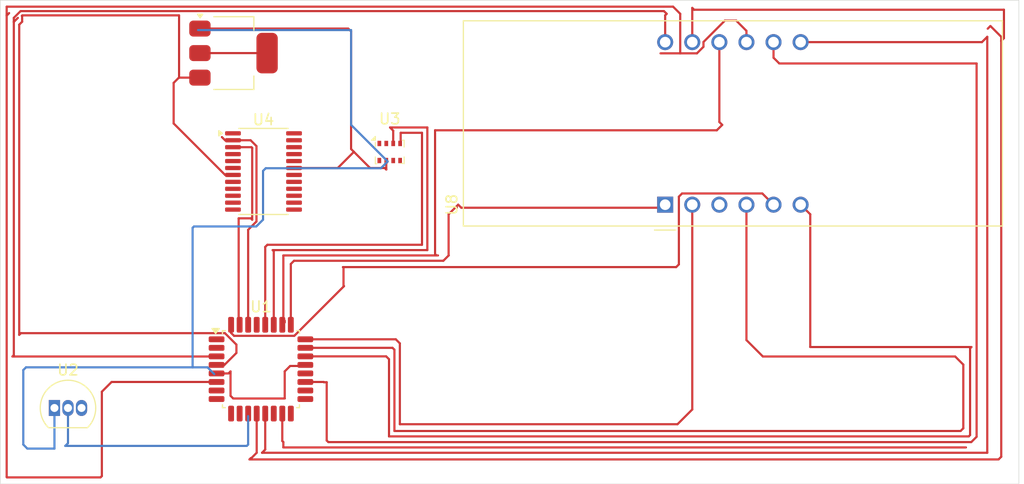
<source format=kicad_pcb>
(kicad_pcb (version 20241229) (generator "pcbnew") (generator_version "9.0")
  (layers (0 "F.Cu" signal) (2 "B.Cu" signal) (13 "F.Paste" user) (15 "B.Paste" user) (5 "F.SilkS" user "F.Silkscreen") (7 "B.SilkS" user "B.Silkscreen") (1 "F.Mask" user) (3 "B.Mask" user) (25 "Edge.Cuts" user))
  (net 0 "")
  (net 1 "Net-(U1-PD2)")
  (net 2 "Net-(U1-PE0)")
  (net 3 "Net-(J1-CMD)")
  (net 4 "Net-(U1-PC3)")
  (net 5 "Net-(U1-PC4)")
  (net 9 "Net-(U1-PD0)")
  (net 10 "Net-(U1-PB0)")
  (net 11 "Net-(J1-DAT3{slash}CD)")
  (net 13 "Net-(U1-PD7)")
  (net 14 "Net-(U1-PE3)")
  (net 15 "Net-(U1-PC1)")
  (net 16 "Net-(J1-CLK)")
  (net 17 "Net-(U1-PD1)")
  (net 19 "Net-(U1-PC2)")
  (net 20 "Net-(U1-PC5)")
  (net 21 "Net-(U1-PE1)")
  (net 22 "GND")
  (net 23 "+5V")
  (net 25 "Net-(U1-PE2)")
  (net 26 "Net-(U1-PB1)")
  (net 27 "Net-(U1-PC0)")
  (net 28 "Net-(J1-DAT0)")
  (net 32 "Net-(U2-V_{DD})")
  (net 33 "Net-(U3-CSB)")
  (net 34 "Net-(U3-SDO)")
  (net 35 "Net-(U3-VDD)")
  (net 57 "Net-(J1-VDD)")
  (footprint "Package_QFP:TQFP-32_7x7mm_P0.8mm" (layer "F.Cu") (at 124.9 55.1625)
    (property "Reference" "U1" (at 0 -5.85 0) (layer "F.SilkS"))
    (property "Value" "ATmega328PB-A")
    (fp_line (start -3.61 -3.61) (end -3.335 -3.61) (stroke (width 0.12)) (layer "F.SilkS"))
    (fp_line (start -3.61 -3.335) (end -3.61 -3.61) (stroke (width 0.12)) (layer "F.SilkS"))
    (fp_line (start -3.61 3.61) (end -3.61 3.335) (stroke (width 0.12)) (layer "F.SilkS"))
    (fp_line (start -3.335 3.61) (end -3.61 3.61) (stroke (width 0.12)) (layer "F.SilkS"))
    (fp_line (start 3.335 -3.61) (end 3.61 -3.61) (stroke (width 0.12)) (layer "F.SilkS"))
    (fp_line (start 3.61 -3.61) (end 3.61 -3.335) (stroke (width 0.12)) (layer "F.SilkS"))
    (fp_line (start 3.61 3.335) (end 3.61 3.61) (stroke (width 0.12)) (layer "F.SilkS"))
    (fp_line (start 3.61 3.61) (end 3.335 3.61) (stroke (width 0.12)) (layer "F.SilkS"))
    (fp_poly (pts (xy -4.25 -3.34) (xy -4.59 -3.81) (xy -3.91 -3.81)) (stroke (width 0.12)) (fill yes) (layer "F.SilkS"))
    (pad "1" smd roundrect (at -4.1625 -2.8) (size 1.475 0.55) (layers "F.Cu" "F.Mask" "F.Paste"))
    (pad "2" smd roundrect (at -4.1625 -2) (size 1.475 0.55) (layers "F.Cu" "F.Mask" "F.Paste"))
    (pad "3" smd roundrect (at -4.1625 -1.2) (size 1.475 0.55) (layers "F.Cu" "F.Mask" "F.Paste") (net 2 "Net-(U1-PE0)"))
    (pad "4" smd roundrect (at -4.1625 -0.4) (size 1.475 0.55) (layers "F.Cu" "F.Mask" "F.Paste") (net 23 "+5V"))
    (pad "5" smd roundrect (at -4.1625 0.4) (size 1.475 0.55) (layers "F.Cu" "F.Mask" "F.Paste") (net 22 "GND"))
    (pad "6" smd roundrect (at -4.1625 1.2) (size 1.475 0.55) (layers "F.Cu" "F.Mask" "F.Paste") (net 21 "Net-(U1-PE1)"))
    (pad "7" smd roundrect (at -4.1625 2) (size 1.475 0.55) (layers "F.Cu" "F.Mask" "F.Paste"))
    (pad "8" smd roundrect (at -4.1625 2.8) (size 1.475 0.55) (layers "F.Cu" "F.Mask" "F.Paste"))
    (pad "9" smd roundrect (at -2.8 4.1625) (size 0.55 1.475) (layers "F.Cu" "F.Mask" "F.Paste"))
    (pad "10" smd roundrect (at -2 4.1625) (size 0.55 1.475) (layers "F.Cu" "F.Mask" "F.Paste"))
    (pad "11" smd roundrect (at -1.2 4.1625) (size 0.55 1.475) (layers "F.Cu" "F.Mask" "F.Paste") (net 13 "Net-(U1-PD7)"))
    (pad "12" smd roundrect (at -0.4 4.1625) (size 0.55 1.475) (layers "F.Cu" "F.Mask" "F.Paste") (net 10 "Net-(U1-PB0)"))
    (pad "13" smd roundrect (at 0.4 4.1625) (size 0.55 1.475) (layers "F.Cu" "F.Mask" "F.Paste") (net 26 "Net-(U1-PB1)"))
    (pad "14" smd roundrect (at 1.2 4.1625) (size 0.55 1.475) (layers "F.Cu" "F.Mask" "F.Paste") (net 11 "Net-(J1-DAT3{slash}CD)"))
    (pad "15" smd roundrect (at 2 4.1625) (size 0.55 1.475) (layers "F.Cu" "F.Mask" "F.Paste") (net 28 "Net-(J1-DAT0)"))
    (pad "16" smd roundrect (at 2.8 4.1625) (size 0.55 1.475) (layers "F.Cu" "F.Mask" "F.Paste") (net 3 "Net-(J1-CMD)"))
    (pad "17" smd roundrect (at 4.1625 2.8) (size 1.475 0.55) (layers "F.Cu" "F.Mask" "F.Paste") (net 16 "Net-(J1-CLK)"))
    (pad "18" smd roundrect (at 4.1625 2) (size 1.475 0.55) (layers "F.Cu" "F.Mask" "F.Paste"))
    (pad "19" smd roundrect (at 4.1625 1.2) (size 1.475 0.55) (layers "F.Cu" "F.Mask" "F.Paste") (net 25 "Net-(U1-PE2)"))
    (pad "20" smd roundrect (at 4.1625 0.4) (size 1.475 0.55) (layers "F.Cu" "F.Mask" "F.Paste"))
    (pad "21" smd roundrect (at 4.1625 -0.4) (size 1.475 0.55) (layers "F.Cu" "F.Mask" "F.Paste") (net 22 "GND"))
    (pad "22" smd roundrect (at 4.1625 -1.2) (size 1.475 0.55) (layers "F.Cu" "F.Mask" "F.Paste") (net 14 "Net-(U1-PE3)"))
    (pad "23" smd roundrect (at 4.1625 -2) (size 1.475 0.55) (layers "F.Cu" "F.Mask" "F.Paste") (net 27 "Net-(U1-PC0)"))
    (pad "24" smd roundrect (at 4.1625 -2.8) (size 1.475 0.55) (layers "F.Cu" "F.Mask" "F.Paste") (net 15 "Net-(U1-PC1)"))
    (pad "25" smd roundrect (at 2.8 -4.1625) (size 0.55 1.475) (layers "F.Cu" "F.Mask" "F.Paste") (net 19 "Net-(U1-PC2)"))
    (pad "26" smd roundrect (at 2 -4.1625) (size 0.55 1.475) (layers "F.Cu" "F.Mask" "F.Paste") (net 4 "Net-(U1-PC3)"))
    (pad "27" smd roundrect (at 1.2 -4.1625) (size 0.55 1.475) (layers "F.Cu" "F.Mask" "F.Paste") (net 5 "Net-(U1-PC4)"))
    (pad "28" smd roundrect (at 0.4 -4.1625) (size 0.55 1.475) (layers "F.Cu" "F.Mask" "F.Paste") (net 20 "Net-(U1-PC5)"))
    (pad "29" smd roundrect (at -0.4 -4.1625) (size 0.55 1.475) (layers "F.Cu" "F.Mask" "F.Paste"))
    (pad "30" smd roundrect (at -1.2 -4.1625) (size 0.55 1.475) (layers "F.Cu" "F.Mask" "F.Paste") (net 9 "Net-(U1-PD0)"))
    (pad "31" smd roundrect (at -2 -4.1625) (size 0.55 1.475) (layers "F.Cu" "F.Mask" "F.Paste") (net 17 "Net-(U1-PD1)"))
    (pad "32" smd roundrect (at -2.8 -4.1625) (size 0.55 1.475) (layers "F.Cu" "F.Mask" "F.Paste") (net 1 "Net-(U1-PD2)"))
  )
  (footprint "Package_LGA:Bosch_LGA-8_2x2.5mm_P0.65mm_ClockwisePinNumbering" (layer "F.Cu") (at 136.975 34.8)
    (property "Reference" "U3" (at 0 -3.1 0) (layer "F.SilkS"))
    (property "Value" "BMP280")
    (fp_line (start -1.35 -0.46) (end -1.35 -0.9) (stroke (width 0.1)) (layer "F.SilkS"))
    (fp_line (start -1.35 1.1) (end -1.35 0.46) (stroke (width 0.1)) (layer "F.SilkS"))
    (fp_line (start -1.35 1.1) (end -1.2 1.1) (stroke (width 0.1)) (layer "F.SilkS"))
    (fp_line (start 1.075 1.075) (end 1.225 1.075) (stroke (width 0.1)) (layer "F.SilkS"))
    (fp_line (start 1.2 -1.1) (end 1.35 -1.1) (stroke (width 0.1)) (layer "F.SilkS"))
    (fp_line (start 1.35 -0.46) (end 1.35 -1.1) (stroke (width 0.1)) (layer "F.SilkS"))
    (fp_line (start 1.35 1.1) (end 1.35 0.46) (stroke (width 0.1)) (layer "F.SilkS"))
    (fp_poly (pts (xy -1.35 -1.1) (xy -1.71 -1.1) (xy -1.35 -1.46) (xy -1.35 -1.1)) (stroke (width 0.1)) (fill yes) (layer "F.SilkS"))
    (pad "1" smd rect (at -0.975 -0.8 90) (size 0.5 0.35) (layers "F.Cu" "F.Mask" "F.Paste") (net 33 "Net-(U3-CSB)"))
    (pad "2" smd rect (at -0.325 -0.8 90) (size 0.5 0.35) (layers "F.Cu" "F.Mask" "F.Paste") (net 33 "Net-(U3-CSB)"))
    (pad "3" smd rect (at 0.325 -0.8 90) (size 0.5 0.35) (layers "F.Cu" "F.Mask" "F.Paste") (net 5 "Net-(U1-PC4)"))
    (pad "4" smd rect (at 0.975 -0.8 90) (size 0.5 0.35) (layers "F.Cu" "F.Mask" "F.Paste") (net 20 "Net-(U1-PC5)"))
    (pad "5" smd rect (at 0.975 0.8 90) (size 0.5 0.35) (layers "F.Cu" "F.Mask" "F.Paste") (net 34 "Net-(U3-SDO)"))
    (pad "6" smd rect (at 0.325 0.8 90) (size 0.5 0.35) (layers "F.Cu" "F.Mask" "F.Paste") (net 34 "Net-(U3-SDO)"))
    (pad "7" smd rect (at -0.325 0.8 90) (size 0.5 0.35) (layers "F.Cu" "F.Mask" "F.Paste") (net 22 "GND"))
    (pad "8" smd rect (at -0.975 0.8 90) (size 0.5 0.35) (layers "F.Cu" "F.Mask" "F.Paste") (net 35 "Net-(U3-VDD)"))
  )
  (footprint "Display_7Segment:CC56-12GWA" (layer "F.Cu") (at 162.8 39.74 90)
    (property "Reference" "U8" (at 0 -20 90) (layer "F.SilkS"))
    (property "Value" "CC56-12GWA")
    (fp_line (start -2 -18.92) (end 17.24 -18.92) (stroke (width 0.12)) (layer "F.SilkS"))
    (fp_line (start -2 -18.92) (end -2 31.62) (stroke (width 0.12)) (layer "F.SilkS"))
    (fp_line (start -2.38 -1) (end -2.38 1) (stroke (width 0.12)) (layer "F.SilkS"))
    (fp_line (start 17.24 31.62) (end 17.24 -18.92) (stroke (width 0.12)) (layer "F.SilkS"))
    (fp_line (start -2 31.62) (end 17.24 31.62) (stroke (width 0.12)) (layer "F.SilkS"))
    (pad "1" thru_hole rect (at 0 0 90) (size 1.5 1.5) (drill 1) (layers "*.Cu" "*.Mask") (net 19 "Net-(U1-PC2)"))
    (pad "2" thru_hole circle (at 0 2.54 90) (size 1.5 1.5) (drill 1) (layers "*.Cu" "*.Mask") (net 15 "Net-(U1-PC1)"))
    (pad "3" thru_hole circle (at 0 5.08 90) (size 1.5 1.5) (drill 1) (layers "*.Cu" "*.Mask"))
    (pad "4" thru_hole circle (at 0 7.62 90) (size 1.5 1.5) (drill 1) (layers "*.Cu" "*.Mask") (net 27 "Net-(U1-PC0)"))
    (pad "5" thru_hole circle (at 0 10.16 90) (size 1.5 1.5) (drill 1) (layers "*.Cu" "*.Mask") (net 1 "Net-(U1-PD2)"))
    (pad "6" thru_hole circle (at 0 12.7 90) (size 1.5 1.5) (drill 1) (layers "*.Cu" "*.Mask") (net 14 "Net-(U1-PE3)"))
    (pad "7" thru_hole circle (at 15.24 12.7 90) (size 1.5 1.5) (drill 1) (layers "*.Cu" "*.Mask") (net 26 "Net-(U1-PB1)"))
    (pad "8" thru_hole circle (at 15.24 10.16 90) (size 1.5 1.5) (drill 1) (layers "*.Cu" "*.Mask") (net 25 "Net-(U1-PE2)"))
    (pad "9" thru_hole circle (at 15.24 7.62 90) (size 1.5 1.5) (drill 1) (layers "*.Cu" "*.Mask") (net 21 "Net-(U1-PE1)"))
    (pad "10" thru_hole circle (at 15.24 5.08 90) (size 1.5 1.5) (drill 1) (layers "*.Cu" "*.Mask") (net 4 "Net-(U1-PC3)"))
    (pad "11" thru_hole circle (at 15.24 2.54 90) (size 1.5 1.5) (drill 1) (layers "*.Cu" "*.Mask") (net 10 "Net-(U1-PB0)"))
    (pad "12" thru_hole circle (at 15.24 0 90) (size 1.5 1.5) (drill 1) (layers "*.Cu" "*.Mask") (net 2 "Net-(U1-PE0)"))
  )
  (footprint "Package_TO_SOT_THT:TO-92_Inline" (layer "F.Cu") (at 105.537 58.801)
    (property "Reference" "U2" (at 1.27 -3.56 0) (layer "F.SilkS"))
    (property "Value" "DS18B20")
    (fp_line (start -0.53 1.85) (end 3.07 1.85) (stroke (width 0.12)) (layer "F.SilkS"))
    (fp_arc (start -0.568478 1.838478) (mid -1.132087 -0.994977) (end 1.27 -2.6) (stroke (width 0.12)) (layer "F.SilkS"))
    (fp_arc (start 1.27 -2.6) (mid 3.672087 -0.994977) (end 3.108478 1.838478) (stroke (width 0.12)) (layer "F.SilkS"))
    (pad "1" thru_hole rect (at 0 0) (size 1.05 1.5) (drill 0.75) (layers "*.Cu" "*.Mask") (net 22 "GND"))
    (pad "2" thru_hole oval (at 1.27 0) (size 1.05 1.5) (drill 0.75) (layers "*.Cu" "*.Mask") (net 13 "Net-(U1-PD7)"))
    (pad "3" thru_hole oval (at 2.54 0) (size 1.05 1.5) (drill 0.75) (layers "*.Cu" "*.Mask") (net 32 "Net-(U2-V_{DD})"))
  )
  (footprint "Package_TO_SOT_SMD:SOT-223-3_TabPin2" (layer "F.Cu") (at 122.326 25.527)
    (property "Reference" "U9" (hide yes))
    (property "Value" "AMS1117-3.3")
    (fp_line (start -1.85 -3.41) (end 1.91 -3.41) (stroke (width 0.12)) (layer "F.SilkS"))
    (fp_line (start -1.85 3.41) (end 1.91 3.41) (stroke (width 0.12)) (layer "F.SilkS"))
    (fp_line (start 1.91 -3.41) (end 1.91 -2.15) (stroke (width 0.12)) (layer "F.SilkS"))
    (fp_line (start 1.91 3.41) (end 1.91 2.15) (stroke (width 0.12)) (layer "F.SilkS"))
    (fp_poly (pts (xy -3.13 -3.31) (xy -3.37 -3.64) (xy -2.89 -3.64) (xy -3.13 -3.31)) (stroke (width 0.12)) (fill yes) (layer "F.SilkS"))
    (pad "1" smd roundrect (at -3.15 -2.3) (size 2 1.5) (layers "F.Cu" "F.Mask" "F.Paste") (net 22 "GND"))
    (pad "2" smd roundrect (at -3.15 0) (size 2 1.5) (layers "F.Cu" "F.Mask" "F.Paste") (net 57 "Net-(J1-VDD)"))
    (pad "2" smd roundrect (at 3.15 0) (size 2 3.8) (layers "F.Cu" "F.Mask" "F.Paste") (net 57 "Net-(J1-VDD)"))
    (pad "3" smd roundrect (at -3.15 2.3) (size 2 1.5) (layers "F.Cu" "F.Mask" "F.Paste") (net 23 "+5V"))
  )
  (footprint "Package_SO:TSSOP-24_4.4x7.8mm_P0.65mm" (layer "F.Cu") (at 125.1375 36.625)
    (property "Reference" "U4" (at 0 -4.85 0) (layer "F.SilkS"))
    (property "Value" "SC16IS750xPW")
    (fp_line (start -2.31 -4.035) (end 2.31 -4.035) (stroke (width 0.12)) (layer "F.SilkS"))
    (fp_line (start 2.31 4.035) (end -2.31 4.035) (stroke (width 0.12)) (layer "F.SilkS"))
    (fp_poly (pts (xy -3.86 -3.58) (xy -4.19 -3.34) (xy -4.19 -3.82)) (stroke (width 0.12)) (fill yes) (layer "F.SilkS"))
    (pad "1" smd roundrect (at -2.8625 -3.575) (size 1.475 0.4) (layers "F.Cu" "F.Mask" "F.Paste"))
    (pad "2" smd roundrect (at -2.8625 -2.925) (size 1.475 0.4) (layers "F.Cu" "F.Mask" "F.Paste") (net 9 "Net-(U1-PD0)"))
    (pad "3" smd roundrect (at -2.8625 -2.275) (size 1.475 0.4) (layers "F.Cu" "F.Mask" "F.Paste") (net 17 "Net-(U1-PD1)"))
    (pad "4" smd roundrect (at -2.8625 -1.625) (size 1.475 0.4) (layers "F.Cu" "F.Mask" "F.Paste"))
    (pad "5" smd roundrect (at -2.8625 -0.975) (size 1.475 0.4) (layers "F.Cu" "F.Mask" "F.Paste"))
    (pad "6" smd roundrect (at -2.8625 -0.325) (size 1.475 0.4) (layers "F.Cu" "F.Mask" "F.Paste"))
    (pad "7" smd roundrect (at -2.8625 0.325) (size 1.475 0.4) (layers "F.Cu" "F.Mask" "F.Paste") (net 23 "+5V"))
    (pad "8" smd roundrect (at -2.8625 0.975) (size 1.475 0.4) (layers "F.Cu" "F.Mask" "F.Paste"))
    (pad "9" smd roundrect (at -2.8625 1.625) (size 1.475 0.4) (layers "F.Cu" "F.Mask" "F.Paste"))
    (pad "10" smd roundrect (at -2.8625 2.275) (size 1.475 0.4) (layers "F.Cu" "F.Mask" "F.Paste"))
    (pad "11" smd roundrect (at -2.8625 2.925) (size 1.475 0.4) (layers "F.Cu" "F.Mask" "F.Paste"))
    (pad "12" smd roundrect (at -2.8625 3.575) (size 1.475 0.4) (layers "F.Cu" "F.Mask" "F.Paste"))
    (pad "13" smd roundrect (at 2.8625 3.575) (size 1.475 0.4) (layers "F.Cu" "F.Mask" "F.Paste"))
    (pad "14" smd roundrect (at 2.8625 2.925) (size 1.475 0.4) (layers "F.Cu" "F.Mask" "F.Paste"))
    (pad "15" smd roundrect (at 2.8625 2.275) (size 1.475 0.4) (layers "F.Cu" "F.Mask" "F.Paste"))
    (pad "16" smd roundrect (at 2.8625 1.625) (size 1.475 0.4) (layers "F.Cu" "F.Mask" "F.Paste"))
    (pad "17" smd roundrect (at 2.8625 0.975) (size 1.475 0.4) (layers "F.Cu" "F.Mask" "F.Paste"))
    (pad "18" smd roundrect (at 2.8625 0.325) (size 1.475 0.4) (layers "F.Cu" "F.Mask" "F.Paste"))
    (pad "19" smd roundrect (at 2.8625 -0.325) (size 1.475 0.4) (layers "F.Cu" "F.Mask" "F.Paste") (net 22 "GND"))
    (pad "20" smd roundrect (at 2.8625 -0.975) (size 1.475 0.4) (layers "F.Cu" "F.Mask" "F.Paste"))
    (pad "21" smd roundrect (at 2.8625 -1.625) (size 1.475 0.4) (layers "F.Cu" "F.Mask" "F.Paste"))
    (pad "22" smd roundrect (at 2.8625 -2.275) (size 1.475 0.4) (layers "F.Cu" "F.Mask" "F.Paste"))
    (pad "23" smd roundrect (at 2.8625 -2.925) (size 1.475 0.4) (layers "F.Cu" "F.Mask" "F.Paste"))
    (pad "24" smd roundrect (at 2.8625 -3.575) (size 1.475 0.4) (layers "F.Cu" "F.Mask" "F.Paste"))
  )
  (gr_rect (start 100.457 20.574) (end 195.961 65.913) (stroke (width 0.05)) (fill no) (layer "Edge.Cuts"))
  (segment (start 132.640278 47.423278) (end 128.025056 52.0385) (width 0.2) (layer "F.Cu") (net 1))
  (segment (start 122.3755 52.0385) (end 122.1 51.763) (width 0.2) (layer "F.Cu") (net 1))
  (segment (start 128.025056 52.0385) (end 122.3755 52.0385) (width 0.2) (layer "F.Cu") (net 1))
  (segment (start 132.640278 45.645278) (end 132.588 45.593) (width 0.2) (layer "F.Cu") (net 1))
  (segment (start 164.384 38.689) (end 171.909 38.689) (width 0.2) (layer "F.Cu") (net 1))
  (segment (start 132.692556 47.371) (end 132.640278 47.423278) (width 0.2) (layer "F.Cu") (net 1))
  (segment (start 122.1 51.763) (end 122.1 51) (width 0.2) (layer "F.Cu") (net 1))
  (segment (start 132.588 45.593) (end 163.83 45.593) (width 0.2) (layer "F.Cu") (net 1))
  (segment (start 132.640278 47.423278) (end 132.640278 45.645278) (width 0.2) (layer "F.Cu") (net 1))
  (segment (start 164.084 45.339) (end 164.084 38.989) (width 0.2) (layer "F.Cu") (net 1))
  (segment (start 171.909 38.689) (end 172.96 39.74) (width 0.2) (layer "F.Cu") (net 1))
  (segment (start 164.084 38.989) (end 164.384 38.689) (width 0.2) (layer "F.Cu") (net 1))
  (segment (start 163.83 45.593) (end 164.084 45.339) (width 0.2) (layer "F.Cu") (net 1))
  (segment (start 101.727 22.606) (end 102.108 22.225) (width 0.2) (layer "F.Cu") (net 2))
  (segment (start 120.7375 53.9625) (end 120.725 53.975) (width 0.2) (layer "F.Cu") (net 2))
  (segment (start 120.725 53.975) (end 101.6 53.975) (width 0.2) (layer "F.Cu") (net 2))
  (segment (start 162.8 24.5) (end 163 24.5) (width 0.2) (layer "F.Cu") (net 2))
  (segment (start 120.7375 53.9625) (end 120.000001 53.9625) (width 0.2) (layer "F.Cu") (net 2))
  (segment (start 162.941 21.844) (end 162.8 21.985) (width 0.2) (layer "F.Cu") (net 2))
  (segment (start 101.6 53.975) (end 101.727 53.848) (width 0.2) (layer "F.Cu") (net 2))
  (segment (start 162.8 21.985) (end 162.8 24.5) (width 0.2) (layer "F.Cu") (net 2))
  (segment (start 101.727 53.848) (end 101.727 22.606) (width 0.2) (layer "F.Cu") (net 2))
  (segment (start 101.727 22.225) (end 102.362 21.59) (width 0.2) (layer "F.Cu") (net 2))
  (segment (start 162.687 21.59) (end 162.941 21.844) (width 0.2) (layer "F.Cu") (net 2))
  (segment (start 101.727 22.606) (end 101.727 22.225) (width 0.2) (layer "F.Cu") (net 2))
  (segment (start 102.362 21.59) (end 162.687 21.59) (width 0.2) (layer "F.Cu") (net 2))
  (segment (start 162.8 24.5) (end 163 24.5) (width 0.2) (layer "B.Cu") (net 2))
  (segment (start 167.88 24.5) (end 167.88 24.88) (width 0.2) (layer "F.Cu") (net 4))
  (segment (start 167.88 24.88) (end 168 25) (width 0.2) (layer "F.Cu") (net 4))
  (segment (start 126.9 51) (end 127.124 50.776) (width 0.2) (layer "F.Cu") (net 4))
  (segment (start 168.148 32.258) (end 167.64 32.766) (width 0.2) (layer "F.Cu") (net 4))
  (segment (start 127.124 50.776) (end 127.124 50.624) (width 0.2) (layer "F.Cu") (net 4))
  (segment (start 167.88 31.99) (end 168.148 32.258) (width 0.2) (layer "F.Cu") (net 4))
  (segment (start 127.124 50.624) (end 127 50.5) (width 0.2) (layer "F.Cu") (net 4))
  (segment (start 141.351 44.5) (end 141.5 44.5) (width 0.2) (layer "F.Cu") (net 4))
  (segment (start 167.64 32.766) (end 141.224 32.766) (width 0.2) (layer "F.Cu") (net 4))
  (segment (start 127 44.5) (end 141.351 44.5) (width 0.2) (layer "F.Cu") (net 4))
  (segment (start 141.224 32.766) (end 141.224 44.373) (width 0.2) (layer "F.Cu") (net 4))
  (segment (start 167.88 24.5) (end 167.88 31.99) (width 0.2) (layer "F.Cu") (net 4))
  (segment (start 141.224 44.373) (end 141.351 44.5) (width 0.2) (layer "F.Cu") (net 4))
  (segment (start 127 50.5) (end 127 44.5) (width 0.2) (layer "F.Cu") (net 4))
  (segment (start 126.1 51) (end 126.1 44.1) (width 0.2) (layer "F.Cu") (net 5))
  (segment (start 140.5 44) (end 140.5 32.5) (width 0.2) (layer "F.Cu") (net 5))
  (segment (start 137 32.5) (end 137.3 32.8) (width 0.2) (layer "F.Cu") (net 5))
  (segment (start 126 44) (end 140.5 44) (width 0.2) (layer "F.Cu") (net 5))
  (segment (start 140.5 32.5) (end 137 32.5) (width 0.2) (layer "F.Cu") (net 5))
  (segment (start 126.1 44.1) (end 126 44) (width 0.2) (layer "F.Cu") (net 5))
  (segment (start 137.3 32.8) (end 137.3 34) (width 0.2) (layer "F.Cu") (net 5))
  (segment (start 123.9291 33.7) (end 122.275 33.7) (width 0.2) (layer "F.Cu") (net 9))
  (segment (start 124.48 41.3141) (end 124.48 34.2509) (width 0.2) (layer "F.Cu") (net 9))
  (segment (start 123.7 51) (end 123.7 51.561444) (width 0.2) (layer "F.Cu") (net 9))
  (segment (start 123.7 42.0941) (end 124.48 41.3141) (width 0.2) (layer "F.Cu") (net 9))
  (segment (start 123.7 51) (end 123.7 42.0941) (width 0.2) (layer "F.Cu") (net 9))
  (segment (start 124.48 34.2509) (end 123.9291 33.7) (width 0.2) (layer "F.Cu") (net 9))
  (segment (start 121.537501 33.7) (end 122.275 33.7) (width 0.2) (layer "F.Cu") (net 9))
  (segment (start 121.2365 33.398999) (end 121.537501 33.7) (width 0.2) (layer "F.Cu") (net 9))
  (segment (start 193.294 22.987) (end 193.04 23.241) (width 0.2) (layer "F.Cu") (net 10))
  (segment (start 194.31 24.384) (end 194.31 24.003) (width 0.2) (layer "F.Cu") (net 10))
  (segment (start 165.34 21.288) (end 165.515 21.463) (width 0.2) (layer "F.Cu") (net 10))
  (segment (start 194.564 21.463) (end 194.564 24.13) (width 0.2) (layer "F.Cu") (net 10))
  (segment (start 194.564 24.13) (end 194.31 24.384) (width 0.2) (layer "F.Cu") (net 10))
  (segment (start 165.34 24.5) (end 165.34 21.288) (width 0.2) (layer "F.Cu") (net 10))
  (segment (start 194.056 63.627) (end 194.31 63.373) (width 0.2) (layer "F.Cu") (net 10))
  (segment (start 123.952 63.5) (end 123.825 63.627) (width 0.2) (layer "F.Cu") (net 10))
  (segment (start 194.31 24.003) (end 193.294 22.987) (width 0.2) (layer "F.Cu") (net 10))
  (segment (start 194.31 63.373) (end 194.31 24.384) (width 0.2) (layer "F.Cu") (net 10))
  (segment (start 165.34 24.5) (end 165.5 24.5) (width 0.2) (layer "F.Cu") (net 10))
  (segment (start 124.5 59.325) (end 124.5 63) (width 0.2) (layer "F.Cu") (net 10))
  (segment (start 165.515 21.463) (end 194.564 21.463) (width 0.2) (layer "F.Cu") (net 10))
  (segment (start 124 63.5) (end 123.952 63.5) (width 0.2) (layer "F.Cu") (net 10))
  (segment (start 124.5 63) (end 124 63.5) (width 0.2) (layer "F.Cu") (net 10))
  (segment (start 123.825 63.627) (end 194.056 63.627) (width 0.2) (layer "F.Cu") (net 10))
  (segment (start 106.553 62.357) (end 123.571 62.357) (width 0.2) (layer "B.Cu") (net 13))
  (segment (start 106.807 62.103) (end 106.553 62.357) (width 0.2) (layer "B.Cu") (net 13))
  (segment (start 123.571 62.357) (end 123.698 62.23) (width 0.2) (layer "B.Cu") (net 13))
  (segment (start 123.698 62.23) (end 123.698 59.563) (width 0.2) (layer "B.Cu") (net 13))
  (segment (start 106.807 58.801) (end 106.807 62.103) (width 0.2) (layer "B.Cu") (net 13))
  (segment (start 191.389 53.213) (end 191.516 53.086) (width 0.2) (layer "F.Cu") (net 14))
  (segment (start 136.6395 53.9625) (end 136.906 54.229) (width 0.2) (layer "F.Cu") (net 14))
  (segment (start 176.403 40.643) (end 175.5 39.74) (width 0.2) (layer "F.Cu") (net 14))
  (segment (start 136.906 61.468) (end 191.262 61.468) (width 0.2) (layer "F.Cu") (net 14))
  (segment (start 136.906 54.229) (end 136.906 61.468) (width 0.2) (layer "F.Cu") (net 14))
  (segment (start 191.262 61.468) (end 191.389 61.341) (width 0.2) (layer "F.Cu") (net 14))
  (segment (start 191.389 61.341) (end 191.389 53.213) (width 0.2) (layer "F.Cu") (net 14))
  (segment (start 191.516 53.086) (end 176.403 53.086) (width 0.2) (layer "F.Cu") (net 14))
  (segment (start 176.403 53.086) (end 176.403 40.643) (width 0.2) (layer "F.Cu") (net 14))
  (segment (start 129.0625 53.9625) (end 136.6395 53.9625) (width 0.2) (layer "F.Cu") (net 14))
  (segment (start 137.922 60.325) (end 163.957 60.325) (width 0.2) (layer "F.Cu") (net 15))
  (segment (start 165.34 58.942) (end 163.957 60.325) (width 0.2) (layer "F.Cu") (net 15))
  (segment (start 137.922 52.7435) (end 137.922 60.325) (width 0.2) (layer "F.Cu") (net 15))
  (segment (start 137.541 52.3625) (end 137.922 52.7435) (width 0.2) (layer "F.Cu") (net 15))
  (segment (start 165.34 39.74) (end 165.34 58.942) (width 0.2) (layer "F.Cu") (net 15))
  (segment (start 129.0625 52.3625) (end 137.541 52.3625) (width 0.2) (layer "F.Cu") (net 15))
  (segment (start 165.5 39.9) (end 165.34 39.74) (width 0.2) (layer "F.Cu") (net 15))
  (segment (start 123.952 41.021) (end 124.079 41.148) (width 0.2) (layer "F.Cu") (net 17))
  (segment (start 122.809 50.909) (end 122.809 41.021) (width 0.2) (layer "F.Cu") (net 17))
  (segment (start 122.9 51) (end 122.809 50.909) (width 0.2) (layer "F.Cu") (net 17))
  (segment (start 124.079 34.417) (end 124.012 34.35) (width 0.2) (layer "F.Cu") (net 17))
  (segment (start 124.079 41.148) (end 124.079 34.417) (width 0.2) (layer "F.Cu") (net 17))
  (segment (start 122.809 41.021) (end 123.952 41.021) (width 0.2) (layer "F.Cu") (net 17))
  (segment (start 124.012 34.35) (end 122.275 34.35) (width 0.2) (layer "F.Cu") (net 17))
  (segment (start 127.7 45.3) (end 128 45) (width 0.2) (layer "F.Cu") (net 19))
  (segment (start 142.494 40.64) (end 143.1925 39.9415) (width 0.2) (layer "F.Cu") (net 19))
  (segment (start 142.494 44.494) (end 142.494 40.64) (width 0.2) (layer "F.Cu") (net 19))
  (segment (start 142 45) (end 142.5 44.5) (width 0.2) (layer "F.Cu") (net 19))
  (segment (start 142.5 44.5) (end 142.494 44.494) (width 0.2) (layer "F.Cu") (net 19))
  (segment (start 143.1925 39.9415) (end 143.276 40.025) (width 0.2) (layer "F.Cu") (net 19))
  (segment (start 162.515 40.025) (end 162.8 39.74) (width 0.2) (layer "F.Cu") (net 19))
  (segment (start 143.1925 39.9415) (end 143.394 39.74) (width 0.2) (layer "F.Cu") (net 19))
  (segment (start 143.679 40.025) (end 162.515 40.025) (width 0.2) (layer "F.Cu") (net 19))
  (segment (start 128 45) (end 142 45) (width 0.2) (layer "F.Cu") (net 19))
  (segment (start 143.394 39.74) (end 143.679 40.025) (width 0.2) (layer "F.Cu") (net 19))
  (segment (start 127.7 51) (end 127.7 45.3) (width 0.2) (layer "F.Cu") (net 19))
  (segment (start 140 43.5) (end 140 33) (width 0.2) (layer "F.Cu") (net 20))
  (segment (start 125.3 51) (end 125.3 43.7) (width 0.2) (layer "F.Cu") (net 20))
  (segment (start 125.5 43.5) (end 140 43.5) (width 0.2) (layer "F.Cu") (net 20))
  (segment (start 125.3 43.7) (end 125.5 43.5) (width 0.2) (layer "F.Cu") (net 20))
  (segment (start 140 33) (end 138 33) (width 0.2) (layer "F.Cu") (net 20))
  (segment (start 138 33.95) (end 137.95 34) (width 0.2) (layer "F.Cu") (net 20))
  (segment (start 138 33) (end 138 33.95) (width 0.2) (layer "F.Cu") (net 20))
  (segment (start 101.058 22.005) (end 101.058 65.278) (width 0.2) (layer "F.Cu") (net 21))
  (segment (start 110.8965 56.3625) (end 109.982 57.277) (width 0.2) (layer "F.Cu") (net 21))
  (segment (start 101.092 65.312) (end 109.855 65.312) (width 0.2) (layer "F.Cu") (net 21))
  (segment (start 101.058 65.278) (end 101.092 65.312) (width 0.2) (layer "F.Cu") (net 21))
  (segment (start 101.288 21.775) (end 101.1555 21.9075) (width 0.2) (layer "F.Cu") (net 21))
  (segment (start 169.45966 22.479) (end 168.399 22.479) (width 0.2) (layer "F.Cu") (net 21))
  (segment (start 109.982 57.277) (end 109.982 65.185) (width 0.2) (layer "F.Cu") (net 21))
  (segment (start 166.391 24.935339) (end 165.775339 25.551) (width 0.2) (layer "F.Cu") (net 21))
  (segment (start 101.058 21.175) (end 163.542 21.175) (width 0.2) (layer "F.Cu") (net 21))
  (segment (start 164.211 21.844) (end 164.211 25.551) (width 0.2) (layer "F.Cu") (net 21))
  (segment (start 101.1555 21.9075) (end 101.058 22.005) (width 0.2) (layer "F.Cu") (net 21))
  (segment (start 164.211 25.551) (end 165.775339 25.551) (width 0.2) (layer "F.Cu") (net 21))
  (segment (start 101.1555 21.9075) (end 101.239 21.824) (width 0.2) (layer "F.Cu") (net 21))
  (segment (start 168.399 22.479) (end 166.391 24.487) (width 0.2) (layer "F.Cu") (net 21))
  (segment (start 101.058 22.005) (end 101.058 21.175) (width 0.2) (layer "F.Cu") (net 21))
  (segment (start 163.542 21.175) (end 164.211 21.844) (width 0.2) (layer "F.Cu") (net 21))
  (segment (start 170.42 24.5) (end 170.42 23.43934) (width 0.2) (layer "F.Cu") (net 21))
  (segment (start 162.364661 25.551) (end 164.211 25.551) (width 0.2) (layer "F.Cu") (net 21))
  (segment (start 109.982 65.185) (end 109.855 65.312) (width 0.2) (layer "F.Cu") (net 21))
  (segment (start 170.42 23.43934) (end 169.45966 22.479) (width 0.2) (layer "F.Cu") (net 21))
  (segment (start 166.391 24.487) (end 166.391 24.935339) (width 0.2) (layer "F.Cu") (net 21))
  (segment (start 120.7375 56.3625) (end 110.8965 56.3625) (width 0.2) (layer "F.Cu") (net 21))
  (segment (start 122.301 57.912) (end 122.047 57.658) (width 0.2) (layer "F.Cu") (net 22))
  (segment (start 135.128 36.3) (end 136.503 36.3) (width 0.2) (layer "F.Cu") (net 22))
  (segment (start 127.127 57.912) (end 122.301 57.912) (width 0.2) (layer "F.Cu") (net 22))
  (segment (start 136.503 36.3) (end 136.65 36.447) (width 0.2) (layer "F.Cu") (net 22))
  (segment (start 119.176 23.227) (end 133.082 23.227) (width 0.2) (layer "F.Cu") (net 22))
  (segment (start 120.7375 55.5625) (end 120.5625 55.5625) (width 0.2) (layer "F.Cu") (net 22))
  (segment (start 133.35 34.522) (end 133.615 34.787) (width 0.2) (layer "F.Cu") (net 22))
  (segment (start 127.635 54.864) (end 127.127 55.372) (width 0.2) (layer "F.Cu") (net 22))
  (segment (start 133.615 34.787) (end 132.102 36.3) (width 0.2) (layer "F.Cu") (net 22))
  (segment (start 129.0625 54.7625) (end 128.961 54.864) (width 0.2) (layer "F.Cu") (net 22))
  (segment (start 127.127 55.372) (end 127.127 57.912) (width 0.2) (layer "F.Cu") (net 22))
  (segment (start 133.082 23.227) (end 133.35 23.495) (width 0.2) (layer "F.Cu") (net 22))
  (segment (start 122.047 57.658) (end 122.047 55.372) (width 0.2) (layer "F.Cu") (net 22))
  (segment (start 120.5625 55.5625) (end 120.5 55.5) (width 0.2) (layer "F.Cu") (net 22))
  (segment (start 136.65 36.447) (end 136.65 35.6) (width 0.2) (layer "F.Cu") (net 22))
  (segment (start 128.961 54.864) (end 127.635 54.864) (width 0.2) (layer "F.Cu") (net 22))
  (segment (start 133.615 34.787) (end 135.128 36.3) (width 0.2) (layer "F.Cu") (net 22))
  (segment (start 133.35 23.495) (end 133.35 34.522) (width 0.2) (layer "F.Cu") (net 22))
  (segment (start 121.8565 55.5625) (end 120.7375 55.5625) (width 0.2) (layer "F.Cu") (net 22))
  (segment (start 132.102 36.3) (end 128 36.3) (width 0.2) (layer "F.Cu") (net 22))
  (segment (start 122.047 55.372) (end 121.8565 55.5625) (width 0.2) (layer "F.Cu") (net 22))
  (segment (start 125.095 41.148) (end 125.095 36.576) (width 0.2) (layer "B.Cu") (net 22))
  (segment (start 102.997 62.611) (end 102.616 62.23) (width 0.2) (layer "B.Cu") (net 22))
  (segment (start 105.537 58.801) (end 105.537 62.611) (width 0.2) (layer "B.Cu") (net 22))
  (segment (start 118.491 54.991) (end 118.491 41.91) (width 0.2) (layer "B.Cu") (net 22))
  (segment (start 118.618 41.783) (end 124.46 41.783) (width 0.2) (layer "B.Cu") (net 22))
  (segment (start 102.87 54.991) (end 118.491 54.991) (width 0.2) (layer "B.Cu") (net 22))
  (segment (start 124.46 41.783) (end 124.587 41.656) (width 0.2) (layer "B.Cu") (net 22))
  (segment (start 125.349 36.322) (end 128.143 36.322) (width 0.2) (layer "B.Cu") (net 22))
  (segment (start 133.35 23.368) (end 118.999 23.368) (width 0.2) (layer "B.Cu") (net 22))
  (segment (start 136.144 36.322) (end 136.779 35.687) (width 0.2) (layer "B.Cu") (net 22))
  (segment (start 124.587 41.656) (end 125.095 41.148) (width 0.2) (layer "B.Cu") (net 22))
  (segment (start 102.616 55.245) (end 102.87 54.991) (width 0.2) (layer "B.Cu") (net 22))
  (segment (start 128.143 36.322) (end 136.144 36.322) (width 0.2) (layer "B.Cu") (net 22))
  (segment (start 136.779 35.687) (end 133.35 32.258) (width 0.2) (layer "B.Cu") (net 22))
  (segment (start 118.491 41.91) (end 118.618 41.783) (width 0.2) (layer "B.Cu") (net 22))
  (segment (start 102.616 62.23) (end 102.616 55.245) (width 0.2) (layer "B.Cu") (net 22))
  (segment (start 105.537 62.611) (end 102.997 62.611) (width 0.2) (layer "B.Cu") (net 22))
  (segment (start 118.491 54.991) (end 119.888 54.991) (width 0.2) (layer "B.Cu") (net 22))
  (segment (start 119.888 54.991) (end 120.523 55.626) (width 0.2) (layer "B.Cu") (net 22))
  (segment (start 125.095 36.576) (end 125.349 36.322) (width 0.2) (layer "B.Cu") (net 22))
  (segment (start 133.35 32.258) (end 133.35 23.368) (width 0.2) (layer "B.Cu") (net 22))
  (segment (start 119.176 27.827) (end 117.207 27.827) (width 0.2) (layer "F.Cu") (net 23))
  (segment (start 116.713 28.321) (end 116.713 32.125499) (width 0.2) (layer "F.Cu") (net 23))
  (segment (start 117.207 27.827) (end 116.713 28.321) (width 0.2) (layer "F.Cu") (net 23))
  (segment (start 119.176 27.827) (end 118.876 27.527) (width 0.2) (layer "F.Cu") (net 23))
  (segment (start 102.5281 21.991) (end 117.221 21.991) (width 0.2) (layer "F.Cu") (net 23))
  (segment (start 102.509 22.0589) (end 102.4846 22.0345) (width 0.2) (layer "F.Cu") (net 23))
  (segment (start 122.598999 53.6385) (end 122.598999 52.862555) (width 0.2) (layer "F.Cu") (net 23))
  (segment (start 102.4846 22.0345) (end 102.5281 21.991) (width 0.2) (layer "F.Cu") (net 23))
  (segment (start 102.509 22.586) (end 102.509 22.0589) (width 0.2) (layer "F.Cu") (net 23))
  (segment (start 102.3915 51.7865) (end 102.235 51.943) (width 0.2) (layer "F.Cu") (net 23))
  (segment (start 122.598999 52.862555) (end 121.522944 51.7865) (width 0.2) (layer "F.Cu") (net 23))
  (segment (start 118.876 27.527) (end 118.476 27.527) (width 0.2) (layer "F.Cu") (net 23))
  (segment (start 102.235 22.86) (end 102.509 22.586) (width 0.2) (layer "F.Cu") (net 23))
  (segment (start 117.221 27.813) (end 117.207 27.827) (width 0.2) (layer "F.Cu") (net 23))
  (segment (start 121.522944 51.7865) (end 102.3915 51.7865) (width 0.2) (layer "F.Cu") (net 23))
  (segment (start 121.474999 54.7625) (end 122.598999 53.6385) (width 0.2) (layer "F.Cu") (net 23))
  (segment (start 120.7375 54.7625) (end 121.474999 54.7625) (width 0.2) (layer "F.Cu") (net 23))
  (segment (start 117.221 21.991) (end 117.221 27.813) (width 0.2) (layer "F.Cu") (net 23))
  (segment (start 116.713 32.125499) (end 121.537501 36.95) (width 0.2) (layer "F.Cu") (net 23))
  (segment (start 121.537501 36.95) (end 122.275 36.95) (width 0.2) (layer "F.Cu") (net 23))
  (segment (start 102.235 51.943) (end 102.235 22.86) (width 0.2) (layer "F.Cu") (net 23))
  (segment (start 173.5 26.5) (end 192 26.5) (width 0.2) (layer "F.Cu") (net 25))
  (segment (start 172.96 25.96) (end 173.5 26.5) (width 0.2) (layer "F.Cu") (net 25))
  (segment (start 191.5 62) (end 131.215 62) (width 0.2) (layer "F.Cu") (net 25))
  (segment (start 172.96 24.5) (end 172.96 25.96) (width 0.2) (layer "F.Cu") (net 25))
  (segment (start 130.81 56.388) (end 130.7845 56.3625) (width 0.2) (layer "F.Cu") (net 25))
  (segment (start 192 61.5) (end 191.5 62) (width 0.2) (layer "F.Cu") (net 25))
  (segment (start 130.7845 56.3625) (end 129.0625 56.3625) (width 0.2) (layer "F.Cu") (net 25))
  (segment (start 131.064 61.849) (end 131.064 56.388) (width 0.2) (layer "F.Cu") (net 25))
  (segment (start 192 26.5) (end 192 61.5) (width 0.2) (layer "F.Cu") (net 25))
  (segment (start 131.064 56.388) (end 130.81 56.388) (width 0.2) (layer "F.Cu") (net 25))
  (segment (start 131.215 62) (end 131.064 61.849) (width 0.2) (layer "F.Cu") (net 25))
  (segment (start 193 24) (end 193 63) (width 0.2) (layer "F.Cu") (net 26))
  (segment (start 192.5 24.5) (end 193 24) (width 0.2) (layer "F.Cu") (net 26))
  (segment (start 125 63) (end 125.3 62.7) (width 0.2) (layer "F.Cu") (net 26))
  (segment (start 125.3 62.7) (end 125.3 59.325) (width 0.2) (layer "F.Cu") (net 26))
  (segment (start 193 63) (end 125 63) (width 0.2) (layer "F.Cu") (net 26))
  (segment (start 175.5 24.5) (end 192.5 24.5) (width 0.2) (layer "F.Cu") (net 26))
  (segment (start 171.958 53.975) (end 170.42 52.437) (width 0.2) (layer "F.Cu") (net 27))
  (segment (start 137.2365 53.1625) (end 137.414 53.34) (width 0.2) (layer "F.Cu") (net 27))
  (segment (start 189.992 53.975) (end 171.958 53.975) (width 0.2) (layer "F.Cu") (net 27))
  (segment (start 129.0625 53.1625) (end 137.2365 53.1625) (width 0.2) (layer "F.Cu") (net 27))
  (segment (start 137.414 60.96) (end 190.5 60.96) (width 0.2) (layer "F.Cu") (net 27))
  (segment (start 190.5 60.96) (end 190.754 60.706) (width 0.2) (layer "F.Cu") (net 27))
  (segment (start 170.42 52.437) (end 170.42 39.74) (width 0.2) (layer "F.Cu") (net 27))
  (segment (start 190.754 60.706) (end 190.754 54.737) (width 0.2) (layer "F.Cu") (net 27))
  (segment (start 137.414 53.34) (end 137.414 60.96) (width 0.2) (layer "F.Cu") (net 27))
  (segment (start 190.754 54.737) (end 189.992 53.975) (width 0.2) (layer "F.Cu") (net 27))
  (segment (start 127 62.5) (end 127 62) (width 0.2) (layer "F.Cu") (net 28))
  (segment (start 126.9 61.9) (end 126.9 59.325) (width 0.2) (layer "F.Cu") (net 28))
  (segment (start 191 62.5) (end 127 62.5) (width 0.2) (layer "F.Cu") (net 28))
  (segment (start 127 62) (end 126.9 61.9) (width 0.2) (layer "F.Cu") (net 28))
  (segment (start 119.176 25.527) (end 125.476 25.527) (width 0.2) (layer "F.Cu") (net 57))
  (segment (start 125.476 25.4679) (end 125.476 25.527) (width 0.2) (layer "F.Cu") (net 57))
)
</source>
